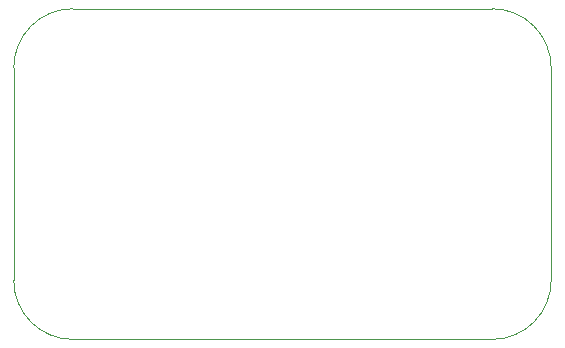
<source format=gbr>
G04 #@! TF.GenerationSoftware,KiCad,Pcbnew,9.0.2-9.0.2-0~ubuntu22.04.1*
G04 #@! TF.CreationDate,2025-06-26T23:22:32-04:00*
G04 #@! TF.ProjectId,6-13-2025_BuckConverter,362d3133-2d32-4303-9235-5f4275636b43,rev?*
G04 #@! TF.SameCoordinates,Original*
G04 #@! TF.FileFunction,Profile,NP*
%FSLAX46Y46*%
G04 Gerber Fmt 4.6, Leading zero omitted, Abs format (unit mm)*
G04 Created by KiCad (PCBNEW 9.0.2-9.0.2-0~ubuntu22.04.1) date 2025-06-26 23:22:32*
%MOMM*%
%LPD*%
G01*
G04 APERTURE LIST*
G04 #@! TA.AperFunction,Profile*
%ADD10C,0.050000*%
G04 #@! TD*
G04 APERTURE END LIST*
D10*
X105065000Y-50005000D02*
X140565000Y-50005000D01*
X145565000Y-55005000D02*
X145565000Y-73005000D01*
X105065000Y-78005000D02*
G75*
G02*
X100065000Y-73005000I0J5000000D01*
G01*
X100065000Y-55005000D02*
G75*
G02*
X105065000Y-50005000I5000000J0D01*
G01*
X100065000Y-73005000D02*
X100065000Y-55005000D01*
X140565000Y-50005000D02*
G75*
G02*
X145565000Y-55005000I0J-5000000D01*
G01*
X140565000Y-78005000D02*
X105065000Y-78005000D01*
X145565000Y-73005000D02*
G75*
G02*
X140565000Y-78005000I-5000000J0D01*
G01*
M02*

</source>
